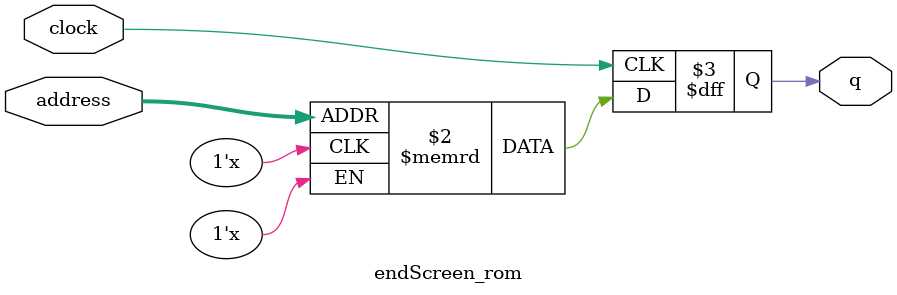
<source format=sv>
module endScreen_rom (
	input logic clock,
	input logic [14:0] address,
	output logic [0:0] q
);

logic [0:0] memory [0:23599] /* synthesis ram_init_file = "./endScreen/endScreen.mif" */;

always_ff @ (posedge clock) begin
	q <= memory[address];
end

endmodule

</source>
